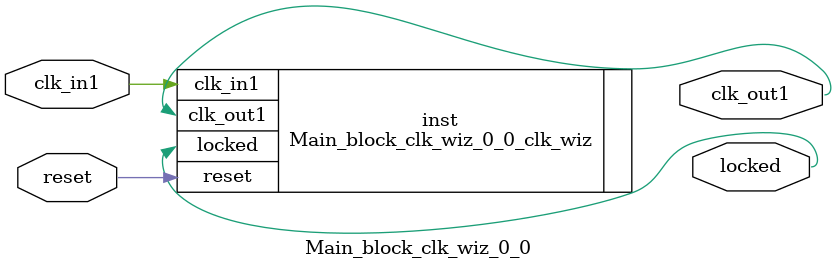
<source format=v>


`timescale 1ps/1ps

(* CORE_GENERATION_INFO = "Main_block_clk_wiz_0_0,clk_wiz_v6_0_12_0_0,{component_name=Main_block_clk_wiz_0_0,use_phase_alignment=true,use_min_o_jitter=false,use_max_i_jitter=false,use_dyn_phase_shift=false,use_inclk_switchover=false,use_dyn_reconfig=false,enable_axi=0,feedback_source=FDBK_AUTO,PRIMITIVE=MMCM,num_out_clk=1,clkin1_period=8.000,clkin2_period=10.000,use_power_down=false,use_reset=true,use_locked=true,use_inclk_stopped=false,feedback_type=SINGLE,CLOCK_MGR_TYPE=NA,manual_override=false}" *)

module Main_block_clk_wiz_0_0 
 (
  // Clock out ports
  output        clk_out1,
  // Status and control signals
  input         reset,
  output        locked,
 // Clock in ports
  input         clk_in1
 );

  Main_block_clk_wiz_0_0_clk_wiz inst
  (
  // Clock out ports  
  .clk_out1(clk_out1),
  // Status and control signals               
  .reset(reset), 
  .locked(locked),
 // Clock in ports
  .clk_in1(clk_in1)
  );

endmodule

</source>
